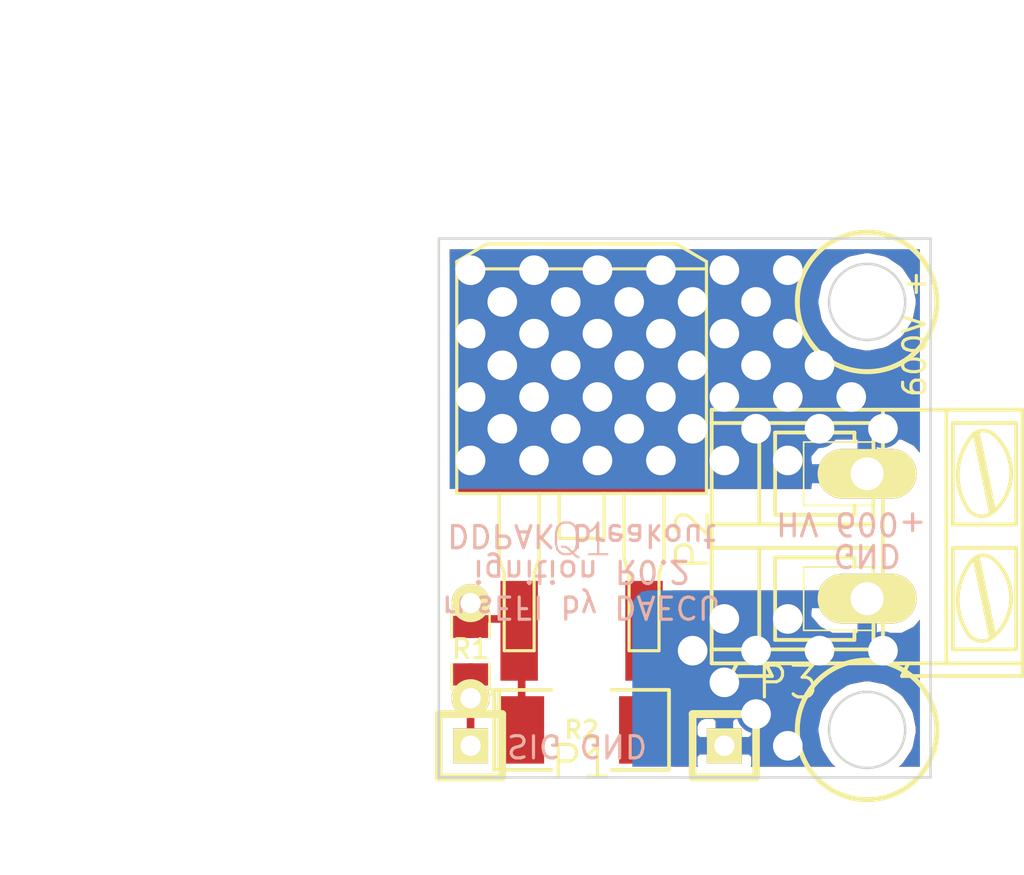
<source format=kicad_pcb>
(kicad_pcb (version 20221018) (generator pcbnew)
  (title_block (title "DDPAK breakout") (rev "R0.2") (company "rusEFI"))
  (layers (0 "F.Cu" signal) (31 "B.Cu" signal) (34 "B.Paste" user) (35 "F.Paste" user) (36 "B.SilkS" user "B.Silkscreen") (37 "F.SilkS" user "F.Silkscreen") (38 "B.Mask" user) (39 "F.Mask" user) (44 "Edge.Cuts" user))
  (net 0 "")
  (net 1 "/GND")
  (net 2 "/HV")
  (net 3 "/SIG")
  (net 4 "/SIG2")
  (footprint "SM2010" (layer "F.Cu") (at 210.82 174.625)
    (fp_text reference "R2" (at 0 0) (layer "F.SilkS") (effects (font (size 0.70104 0.70104) (thickness 0.127))))
    (fp_text value "100K" hide)
    (fp_line (start -3.5 -1.6) (end -3.5 1.6) (stroke (width 0.15)) (layer "F.SilkS"))
    (fp_line (start -3.5 1.6) (end -1.2 1.6) (stroke (width 0.15)) (layer "F.SilkS"))
    (fp_line (start -3.3 -1.6) (end -3.3 1.6) (stroke (width 0.15)) (layer "F.SilkS"))
    (fp_line (start -1.2 -1.6) (end -3.5 -1.6) (stroke (width 0.15)) (layer "F.SilkS"))
    (fp_line (start 1.19634 1.60528) (end 3.48234 1.60528) (stroke (width 0.15)) (layer "F.SilkS"))
    (fp_line (start 3.48234 -1.60528) (end 1.19634 -1.60528) (stroke (width 0.15)) (layer "F.SilkS"))
    (fp_line (start 3.50012 -1.6002) (end 3.50012 1.6002) (stroke (width 0.15)) (layer "F.SilkS"))
    (pad "1" smd rect (at -2.4003 0) (size 1.80086 2.70002) (layers "F.Cu" "F.Paste" "F.Mask") (net 4 "/SIG2"))
    (pad "2" smd rect (at 2.4003 0) (size 1.80086 2.70002) (layers "F.Cu" "F.Paste" "F.Mask") (net 1 "/GND"))
  )
  (footprint "m-pad-2.1-TO-263AB" (layer "F.Cu") (at 210.82 160.655)
    (fp_text reference "Q1" (at 0 6.35) (layer "B.SilkS") (effects (font (size 1.27 1.27) (thickness 0.0889))))
    (fp_text value "IRGS14C40L" hide)
    (fp_line (start -4.99872 -4.79044) (end -3.79222 -5.4991) (stroke (width 0.127)) (layer "F.SilkS"))
    (fp_line (start -4.99872 -4.49834) (end -4.99872 -4.79044) (stroke (width 0.127)) (layer "F.SilkS"))
    (fp_line (start -4.99872 -4.49834) (end -4.99872 4.49834) (stroke (width 0.127)) (layer "F.SilkS"))
    (fp_line (start -4.99872 4.49834) (end -3.29946 4.49834) (stroke (width 0.127)) (layer "F.SilkS"))
    (fp_line (start -3.79222 -5.4991) (end 3.79222 -5.4991) (stroke (width 0.127)) (layer "F.SilkS"))
    (fp_line (start -3.29946 4.49834) (end -3.29946 7.0993) (stroke (width 0.127)) (layer "F.SilkS"))
    (fp_line (start -3.29946 4.49834) (end -1.69926 4.49834) (stroke (width 0.127)) (layer "F.SilkS"))
    (fp_line (start -3.29946 7.0993) (end -3.0988 7.69874) (stroke (width 0.127)) (layer "F.SilkS"))
    (fp_line (start -3.0988 7.69874) (end -3.0988 10.79754) (stroke (width 0.127)) (layer "F.SilkS"))
    (fp_line (start -3.0988 10.79754) (end -1.89992 10.79754) (stroke (width 0.127)) (layer "F.SilkS"))
    (fp_line (start -1.89992 7.69874) (end -1.69926 7.0993) (stroke (width 0.127)) (layer "F.SilkS"))
    (fp_line (start -1.89992 10.79754) (end -1.89992 7.69874) (stroke (width 0.127)) (layer "F.SilkS"))
    (fp_line (start -1.69926 4.49834) (end -0.89916 4.49834) (stroke (width 0.127)) (layer "F.SilkS"))
    (fp_line (start -1.69926 7.0993) (end -1.69926 4.49834) (stroke (width 0.127)) (layer "F.SilkS"))
    (fp_line (start -0.89916 4.49834) (end -0.89916 6.2992) (stroke (width 0.127)) (layer "F.SilkS"))
    (fp_line (start -0.89916 4.49834) (end 0.89916 4.49834) (stroke (width 0.127)) (layer "F.SilkS"))
    (fp_line (start -0.89916 6.2992) (end 0.89916 6.2992) (stroke (width 0.127)) (layer "F.SilkS"))
    (fp_line (start 0.89916 4.49834) (end 1.69926 4.49834) (stroke (width 0.127)) (layer "F.SilkS"))
    (fp_line (start 0.89916 6.2992) (end 0.89916 4.49834) (stroke (width 0.127)) (layer "F.SilkS"))
    (fp_line (start 1.69926 4.49834) (end 1.69926 7.0993) (stroke (width 0.127)) (layer "F.SilkS"))
    (fp_line (start 1.69926 4.49834) (end 3.29946 4.49834) (stroke (width 0.127)) (layer "F.SilkS"))
    (fp_line (start 1.69926 7.0993) (end 1.89992 7.69874) (stroke (width 0.127)) (layer "F.SilkS"))
    (fp_line (start 1.89992 7.69874) (end 1.89992 10.79754) (stroke (width 0.127)) (layer "F.SilkS"))
    (fp_line (start 1.89992 10.79754) (end 3.0988 10.79754) (stroke (width 0.127)) (layer "F.SilkS"))
    (fp_line (start 3.0988 7.69874) (end 3.29946 7.0993) (stroke (width 0.127)) (layer "F.SilkS"))
    (fp_line (start 3.0988 10.79754) (end 3.0988 7.69874) (stroke (width 0.127)) (layer "F.SilkS"))
    (fp_line (start 3.29946 4.49834) (end 4.99872 4.49834) (stroke (width 0.127)) (layer "F.SilkS"))
    (fp_line (start 3.29946 7.0993) (end 3.29946 4.49834) (stroke (width 0.127)) (layer "F.SilkS"))
    (fp_line (start 3.79222 -5.4991) (end 4.99872 -4.79044) (stroke (width 0.127)) (layer "F.SilkS"))
    (fp_line (start 4.99872 -4.79044) (end 4.99872 -4.49834) (stroke (width 0.127)) (layer "F.SilkS"))
    (fp_line (start 4.99872 -4.49834) (end -4.99872 -4.49834) (stroke (width 0.127)) (layer "F.SilkS"))
    (fp_line (start 4.99872 4.49834) (end 4.99872 -4.49834) (stroke (width 0.127)) (layer "F.SilkS"))
    (pad "1" smd rect (at -2.49936 9.99998) (size 1.4986 3.99796) (layers "F.Cu" "F.Paste" "F.Mask") (net 4 "/SIG2"))
    (pad "2" smd rect (at 0 0) (size 9.99998 8.99922) (layers "F.Cu" "F.Paste" "F.Mask") (net 2 "/HV"))
    (pad "3" smd rect (at 2.49936 9.99998) (size 1.4986 3.99796) (layers "F.Cu" "F.Paste" "F.Mask") (net 1 "/GND"))
  )
  (footprint "AK300-2" (layer "F.Cu") (at 222.25 166.878 -90)
    (fp_text reference "P2" (at 0.127 6.985 270) (layer "F.SilkS") (effects (font (size 1.27 1.27) (thickness 0.127))))
    (fp_text value "CONN_2" hide)
    (fp_line (start -5.08 -3.175) (end -5.08 -6.223) (stroke (width 0.1524)) (layer "F.SilkS"))
    (fp_line (start -5.08 -3.175) (end 5.08 -3.175) (stroke (width 0.1524)) (layer "F.SilkS"))
    (fp_line (start -5.08 -0.635) (end -5.08 -3.175) (stroke (width 0.1524)) (layer "F.SilkS"))
    (fp_line (start -5.08 -0.635) (end -4.1656 -0.635) (stroke (width 0.1524)) (layer "F.SilkS"))
    (fp_line (start -5.08 6.223) (end -5.08 -0.635) (stroke (width 0.1524)) (layer "F.SilkS"))
    (fp_line (start -5.08 6.223) (end -4.5466 6.223) (stroke (width 0.1524)) (layer "F.SilkS"))
    (fp_line (start -4.5466 -3.429) (end -4.5466 -5.969) (stroke (width 0.1524)) (layer "F.SilkS"))
    (fp_line (start -4.5466 -0.254) (end -4.5466 4.318) (stroke (width 0.1524)) (layer "F.SilkS"))
    (fp_line (start -4.5466 -0.254) (end -4.1656 -0.254) (stroke (width 0.1524)) (layer "F.SilkS"))
    (fp_line (start -4.5466 4.318) (end -4.5466 6.223) (stroke (width 0.1524)) (layer "F.SilkS"))
    (fp_line (start -4.5466 6.223) (end -0.4826 6.223) (stroke (width 0.1524)) (layer "F.SilkS"))
    (fp_line (start -4.1656 -0.635) (end -0.8636 -0.635) (stroke (width 0.1524)) (layer "F.SilkS"))
    (fp_line (start -4.1656 0.508) (end -3.7846 0.508) (stroke (width 0.1524)) (layer "F.SilkS"))
    (fp_line (start -4.1656 3.683) (end -4.1656 0.508) (stroke (width 0.1524)) (layer "F.SilkS"))
    (fp_line (start -4.1402 -4.445) (end -1.08966 -5.08) (stroke (width 0.1524)) (layer "F.SilkS"))
    (fp_line (start -4.0132 -4.318) (end -0.9652 -4.953) (stroke (width 0.1524)) (layer "F.SilkS"))
    (fp_line (start -3.7846 -0.254) (end -1.2446 -0.254) (stroke (width 0.06604)) (layer "F.SilkS"))
    (fp_line (start -3.7846 2.54) (end -3.7846 -0.254) (stroke (width 0.06604)) (layer "F.SilkS"))
    (fp_line (start -3.7846 2.54) (end -1.2446 2.54) (stroke (width 0.06604)) (layer "F.SilkS"))
    (fp_line (start -1.2446 2.54) (end -1.2446 -0.254) (stroke (width 0.06604)) (layer "F.SilkS"))
    (fp_line (start -0.8636 -0.635) (end 0.8382 -0.635) (stroke (width 0.1524)) (layer "F.SilkS"))
    (fp_line (start -0.8636 -0.254) (end -4.1656 -0.254) (stroke (width 0.1524)) (layer "F.SilkS"))
    (fp_line (start -0.8636 0.508) (end -1.2446 0.508) (stroke (width 0.1524)) (layer "F.SilkS"))
    (fp_line (start -0.8636 3.683) (end -4.1656 3.683) (stroke (width 0.1524)) (layer "F.SilkS"))
    (fp_line (start -0.8636 3.683) (end -0.8636 0.508) (stroke (width 0.1524)) (layer "F.SilkS"))
    (fp_line (start -0.4826 -5.969) (end -4.5466 -5.969) (stroke (width 0.1524)) (layer "F.SilkS"))
    (fp_line (start -0.4826 -3.429) (end -4.5466 -3.429) (stroke (width 0.1524)) (layer "F.SilkS"))
    (fp_line (start -0.4826 -3.429) (end -0.4826 -5.969) (stroke (width 0.1524)) (layer "F.SilkS"))
    (fp_line (start -0.4826 -0.254) (end -0.8636 -0.254) (stroke (width 0.1524)) (layer "F.SilkS"))
    (fp_line (start -0.4826 4.318) (end -4.5466 4.318) (stroke (width 0.1524)) (layer "F.SilkS"))
    (fp_line (start -0.4826 4.318) (end -0.4826 -0.254) (stroke (width 0.1524)) (layer "F.SilkS"))
    (fp_line (start -0.4826 6.223) (end -0.4826 4.318) (stroke (width 0.1524)) (layer "F.SilkS"))
    (fp_line (start -0.4826 6.223) (end 0.4572 6.223) (stroke (width 0.1524)) (layer "F.SilkS"))
    (fp_line (start 0.4572 -5.969) (end 4.5212 -5.969) (stroke (width 0.1524)) (layer "F.SilkS"))
    (fp_line (start 0.4572 -3.429) (end 0.4572 -5.969) (stroke (width 0.1524)) (layer "F.SilkS"))
    (fp_line (start 0.4572 -0.254) (end 0.8382 -0.254) (stroke (width 0.1524)) (layer "F.SilkS"))
    (fp_line (start 0.4572 4.318) (end 0.4572 -0.254) (stroke (width 0.1524)) (layer "F.SilkS"))
    (fp_line (start 0.4572 4.318) (end 4.5212 4.318) (stroke (width 0.1524)) (layer "F.SilkS"))
    (fp_line (start 0.4572 6.223) (end 0.4572 4.318) (stroke (width 0.1524)) (layer "F.SilkS"))
    (fp_line (start 0.4572 6.223) (end 4.5212 6.223) (stroke (width 0.1524)) (layer "F.SilkS"))
    (fp_line (start 0.8382 -0.254) (end 4.1402 -0.254) (stroke (width 0.1524)) (layer "F.SilkS"))
    (fp_line (start 0.8382 0.508) (end 1.2192 0.508) (stroke (width 0.1524)) (layer "F.SilkS"))
    (fp_line (start 0.8382 3.683) (end 0.8382 0.508) (stroke (width 0.1524)) (layer "F.SilkS"))
    (fp_line (start 0.8636 -4.445) (end 3.9116 -5.08) (stroke (width 0.1524)) (layer "F.SilkS"))
    (fp_line (start 0.9906 -4.318) (end 4.0386 -4.953) (stroke (width 0.1524)) (layer "F.SilkS"))
    (fp_line (start 1.2192 -0.254) (end 3.7592 -0.254) (stroke (width 0.06604)) (layer "F.SilkS"))
    (fp_line (start 1.2192 2.54) (end 1.2192 -0.254) (stroke (width 0.06604)) (layer "F.SilkS"))
    (fp_line (start 1.2192 2.54) (end 3.7592 2.54) (stroke (width 0.06604)) (layer "F.SilkS"))
    (fp_line (start 3.7592 2.54) (end 3.7592 -0.254) (stroke (width 0.06604)) (layer "F.SilkS"))
    (fp_line (start 4.1402 -0.635) (end 0.8382 -0.635) (stroke (width 0.1524)) (layer "F.SilkS"))
    (fp_line (start 4.1402 0.508) (end 3.7592 0.508) (stroke (width 0.1524)) (layer "F.SilkS"))
    (fp_line (start 4.1402 3.683) (end 0.8382 3.683) (stroke (width 0.1524)) (layer "F.SilkS"))
    (fp_line (start 4.1402 3.683) (end 4.1402 0.508) (stroke (width 0.1524)) (layer "F.SilkS"))
    (fp_line (start 4.5212 -5.969) (end 4.5212 -3.429) (stroke (width 0.1524)) (layer "F.SilkS"))
    (fp_line (start 4.5212 -3.429) (end 0.4572 -3.429) (stroke (width 0.1524)) (layer "F.SilkS"))
    (fp_line (start 4.5212 -0.254) (end 4.1402 -0.254) (stroke (width 0.1524)) (layer "F.SilkS"))
    (fp_line (start 4.5212 -0.254) (end 4.5212 4.318) (stroke (width 0.1524)) (layer "F.SilkS"))
    (fp_line (start 4.5212 4.318) (end 4.5212 6.223) (stroke (width 0.1524)) (layer "F.SilkS"))
    (fp_line (start 4.5212 6.223) (end 5.08 6.223) (stroke (width 0.1524)) (layer "F.SilkS"))
    (fp_line (start 5.08 -6.223) (end -5.08 -6.223) (stroke (width 0.1524)) (layer "F.SilkS"))
    (fp_line (start 5.08 -6.223) (end 5.08 -3.175) (stroke (width 0.1524)) (layer "F.SilkS"))
    (fp_line (start 5.08 -6.223) (end 5.588 -6.223) (stroke (width 0.1524)) (layer "F.SilkS"))
    (fp_line (start 5.08 -3.175) (end 5.08 -1.651) (stroke (width 0.1524)) (layer "F.SilkS"))
    (fp_line (start 5.08 -1.651) (end 5.08 -0.635) (stroke (width 0.1524)) (layer "F.SilkS"))
    (fp_line (start 5.08 -0.635) (end 4.1402 -0.635) (stroke (width 0.1524)) (layer "F.SilkS"))
    (fp_line (start 5.08 -0.635) (end 5.08 4.064) (stroke (width 0.1524)) (layer "F.SilkS"))
    (fp_line (start 5.08 4.064) (end 5.08 5.207) (stroke (width 0.1524)) (layer "F.SilkS"))
    (fp_line (start 5.08 5.207) (end 5.08 6.223) (stroke (width 0.1524)) (layer "F.SilkS"))
    (fp_line (start 5.588 -6.223) (end 5.588 -1.397) (stroke (width 0.1524)) (layer "F.SilkS"))
    (fp_line (start 5.588 -1.397) (end 5.08 -1.651) (stroke (width 0.1524)) (layer "F.SilkS"))
    (fp_line (start 5.588 3.81) (end 5.08 4.064) (stroke (width 0.1524)) (layer "F.SilkS"))
    (fp_line (start 5.588 3.81) (end 5.588 5.461) (stroke (width 0.1524)) (layer "F.SilkS"))
    (fp_line (start 5.588 5.461) (end 5.08 5.207) (stroke (width 0.1524)) (layer "F.SilkS"))
    (fp_arc (start -4.1402 -5.0038) (mid -2.575347 -5.768837) (end -0.983427 -5.061847) (stroke (width 0.1524)) (layer "F.SilkS"))
    (fp_arc (start -3.94462 -4.1275) (mid -4.242784 -4.553845) (end -4.08952 -5.051019) (stroke (width 0.1524)) (layer "F.SilkS"))
    (fp_arc (start -0.99822 -4.11734) (mid -2.500269 -3.630479) (end -3.985988 -4.165104) (stroke (width 0.1524)) (layer "F.SilkS"))
    (fp_arc (start -0.9906 -5.05206) (mid -0.816264 -4.555962) (end -1.04585 -4.08289) (stroke (width 0.1524)) (layer "F.SilkS"))
    (fp_arc (start 0.8636 -5.0038) (mid 2.426638 -5.764946) (end 4.014411 -5.056844) (stroke (width 0.1524)) (layer "F.SilkS"))
    (fp_arc (start 1.05664 -4.1275) (mid 0.759456 -4.555849) (end 0.914903 -5.053481) (stroke (width 0.1524)) (layer "F.SilkS"))
    (fp_arc (start 4.00304 -4.11734) (mid 2.500991 -3.630479) (end 1.015272 -4.165104) (stroke (width 0.1524)) (layer "F.SilkS"))
    (fp_arc (start 4.01066 -5.05206) (mid 4.185748 -4.557765) (end 3.957972 -4.085429) (stroke (width 0.1524)) (layer "F.SilkS"))
    (pad "1" thru_hole oval (at -2.5146 0 270) (size 1.9812 3.9624) (drill 1.3208) (layers "*.Cu" "F.Paste" "F.SilkS" "F.Mask") (net 2 "/HV"))
    (pad "2" thru_hole oval (at 2.4892 0 270) (size 1.9812 3.9624) (drill 1.3208) (layers "*.Cu" "F.Paste" "F.SilkS" "F.Mask") (net 1 "/GND"))
  )
  (footprint "SM0805_jumper" (layer "F.Cu") (at 206.375 171.45 90)
    (fp_text reference "R1" (at 0.0635 0 180) (layer "F.SilkS") (effects (font (size 0.762 0.762) (thickness 0.127))))
    (fp_text value "1K" hide)
    (fp_line (start -1.524 -0.762) (end -0.508 -0.762) (stroke (width 0.09906)) (layer "F.SilkS"))
    (fp_line (start -1.524 0.762) (end -1.524 -0.762) (stroke (width 0.09906)) (layer "F.SilkS"))
    (fp_line (start -0.508 0.762) (end -1.524 0.762) (stroke (width 0.09906)) (layer "F.SilkS"))
    (fp_line (start 0.508 -0.762) (end 1.524 -0.762) (stroke (width 0.09906)) (layer "F.SilkS"))
    (fp_line (start 1.524 -0.762) (end 1.524 0.762) (stroke (width 0.09906)) (layer "F.SilkS"))
    (fp_line (start 1.524 0.762) (end 0.508 0.762) (stroke (width 0.09906)) (layer "F.SilkS"))
    (fp_circle (center -1.651 0.762) (end -1.651 0.635) (stroke (width 0.09906)) (fill none) (layer "F.SilkS"))
    (pad "1" thru_hole circle (at -1.905 0 90) (size 1.524 1.524) (drill 0.8128) (layers "*.Cu" "*.Mask" "F.SilkS") (net 3 "/SIG"))
    (pad "1" smd rect (at -1.27 0 90) (size 1.524 0.2032) (layers "F.Cu" "F.Paste" "F.Mask") (net 3 "/SIG"))
    (pad "1" smd rect (at -0.9525 0 90) (size 0.889 1.397) (layers "F.Cu" "F.Paste" "F.Mask") (net 3 "/SIG"))
    (pad "2" smd rect (at 0.9525 0 90) (size 0.889 1.397) (layers "F.Cu" "F.Paste" "F.Mask") (net 4 "/SIG2"))
    (pad "2" smd rect (at 1.27 0 90) (size 1.524 0.2032) (layers "F.Cu" "F.Paste" "F.Mask") (net 4 "/SIG2"))
    (pad "2" thru_hole circle (at 1.905 0 90) (size 1.524 1.524) (drill 0.8128) (layers "*.Cu" "*.Mask" "F.SilkS") (net 4 "/SIG2"))
  )
  (footprint "SIL-1" (layer "F.Cu") (at 206.375 175.26 180)
    (fp_text reference "P1" (at -4.445 -0.635 180) (layer "F.SilkS") (effects (font (size 1.27 1.27) (thickness 0.127))))
    (fp_text value "CONN_1" hide)
    (fp_line (start -1.27 -1.27) (end 1.27 -1.27) (stroke (width 0.3175)) (layer "F.SilkS"))
    (fp_line (start -1.27 1.27) (end -1.27 -1.27) (stroke (width 0.3048)) (layer "F.SilkS"))
    (fp_line (start -1.27 1.27) (end 1.27 1.27) (stroke (width 0.3175)) (layer "F.SilkS"))
    (fp_line (start 1.27 -1.27) (end 1.27 1.27) (stroke (width 0.3048)) (layer "F.SilkS"))
    (pad "1" thru_hole rect (at 0 0 180) (size 1.397 1.397) (drill 0.8128) (layers "*.Cu" "*.Mask" "F.SilkS") (net 3 "/SIG"))
  )
  (footprint "SIL-1" (layer "F.Cu") (at 216.535 175.26)
    (fp_text reference "P3" (at 2.54 -2.54) (layer "F.SilkS") (effects (font (size 1.27 1.27) (thickness 0.127))))
    (fp_text value "CONN_1" hide)
    (fp_line (start -1.27 -1.27) (end 1.27 -1.27) (stroke (width 0.3175)) (layer "F.SilkS"))
    (fp_line (start -1.27 1.27) (end -1.27 -1.27) (stroke (width 0.3048)) (layer "F.SilkS"))
    (fp_line (start -1.27 1.27) (end 1.27 1.27) (stroke (width 0.3175)) (layer "F.SilkS"))
    (fp_line (start 1.27 -1.27) (end 1.27 1.27) (stroke (width 0.3048)) (layer "F.SilkS"))
    (pad "1" thru_hole rect (at 0 0) (size 1.397 1.397) (drill 0.8128) (layers "*.Cu" "*.Mask" "F.SilkS") (net 1 "/GND"))
  )
  (gr_circle (center 222.25 174.625) (end 225.044 174.625) (stroke (width 0.2)) (fill none) (layer "F.SilkS"))
  (gr_circle (center 222.25 157.48) (end 225.044 157.48) (stroke (width 0.2)) (fill none) (layer "F.SilkS"))
  (gr_line (start 205.105 154.94) (end 205.105 176.53) (stroke (width 0.1)) (layer "Edge.Cuts"))
  (gr_line (start 224.79 154.94) (end 224.79 176.53) (stroke (width 0.1)) (layer "Edge.Cuts"))
  (gr_line (start 205.105 176.53) (end 224.79 176.53) (stroke (width 0.1)) (layer "Edge.Cuts"))
  (gr_circle (center 222.25 157.48) (end 223.774 157.48) (stroke (width 0.1)) (fill none) (layer "Edge.Cuts"))
  (gr_circle (center 222.25 174.625) (end 223.774 174.625) (stroke (width 0.1)) (fill none) (layer "Edge.Cuts"))
  (gr_line (start 205.105 154.94) (end 224.79 154.94) (stroke (width 0.1)) (layer "Edge.Cuts"))
  (gr_text "HV 600+" (at 221.615 166.37 180) (layer "B.SilkS") (effects (font (size 0.889 0.889) (thickness 0.127)) (justify mirror)))
  (gr_text "SIG" (at 208.915 175.26 180) (layer "B.SilkS") (effects (font (size 0.889 0.889) (thickness 0.127)) (justify mirror)))
  (gr_text "GND" (at 222.25 167.64 180) (layer "B.SilkS") (effects (font (size 0.889 0.889) (thickness 0.127)) (justify mirror)))
  (gr_text "rusEFI by DAECU\nignition R0.2\nDDPAK breakout\n" (at 210.82 168.275 180) (layer "B.SilkS") (effects (font (size 0.889 0.889) (thickness 0.127)) (justify mirror)))
  (gr_text "GND" (at 212.09 175.26 180) (layer "B.SilkS") (effects (font (size 0.889 0.889) (thickness 0.127)) (justify mirror)))
  (gr_text "600V +" (at 224.155 158.75 90) (layer "F.SilkS") (effects (font (size 0.889 0.889) (thickness 0.127))))
  (segment (start 219.075 170.18) (end 217.805 171.45) (width 0.3048) (layer "F.Cu") (net 1))
  (segment (start 216.535 170.18) (end 215.265 171.45) (width 0.3048) (layer "F.Cu") (net 1))
  (segment (start 216.535 172.72) (end 217.805 173.99) (width 0.3048) (layer "F.Cu") (net 1))
  (segment (start 219.075 172.72) (end 220.345 171.45) (width 0.3048) (layer "F.Cu") (net 1))
  (segment (start 222.885 171.45) (end 220.345 171.45) (width 0.3048) (layer "F.Cu") (net 1))
  (segment (start 219.075 175.26) (end 219.075 172.72) (width 0.3048) (layer "F.Cu") (net 1))
  (via (at 219.075 170.18) (size 1.54178) (drill 1.18618) (layers "F.Cu" "B.Cu") (net 1))
  (via (at 217.805 171.45) (size 1.54178) (drill 1.18618) (layers "F.Cu" "B.Cu") (net 1))
  (via (at 216.535 172.72) (size 1.54178) (drill 1.18618) (layers "F.Cu" "B.Cu") (net 1))
  (via (at 219.075 175.26) (size 1.54178) (drill 1.18618) (layers "F.Cu" "B.Cu") (net 1))
  (via (at 222.885 171.45) (size 1.54178) (drill 1.18618) (layers "F.Cu" "B.Cu") (net 1))
  (via (at 217.805 173.99) (size 1.54178) (drill 1.18618) (layers "F.Cu" "B.Cu") (net 1))
  (via (at 215.265 171.45) (size 1.54178) (drill 1.18618) (layers "F.Cu" "B.Cu") (net 1))
  (via (at 216.535 170.18) (size 1.54178) (drill 1.18618) (layers "F.Cu" "B.Cu") (net 1))
  (via (at 220.345 171.45) (size 1.54178) (drill 1.18618) (layers "F.Cu" "B.Cu") (net 1))
  (segment (start 219.8878 169.3672) (end 219.075 170.18) (width 0.3048) (layer "B.Cu") (net 1))
  (segment (start 217.805 171.45) (end 216.535 170.18) (width 0.3048) (layer "B.Cu") (net 1))
  (segment (start 215.265 171.45) (end 216.535 172.72) (width 0.3048) (layer "B.Cu") (net 1))
  (segment (start 217.805 173.99) (end 219.075 175.26) (width 0.3048) (layer "B.Cu") (net 1))
  (segment (start 222.25 169.3672) (end 219.8878 169.3672) (width 0.3048) (layer "B.Cu") (net 1))
  (segment (start 219.6084 164.3634) (end 219.075 163.83) (width 0.3048) (layer "F.Cu") (net 2))
  (segment (start 217.805 162.56) (end 216.535 163.83) (width 0.3048) (layer "F.Cu") (net 2))
  (segment (start 215.265 162.56) (end 213.995 163.83) (width 0.3048) (layer "F.Cu") (net 2))
  (segment (start 212.725 162.56) (end 211.455 163.83) (width 0.3048) (layer "F.Cu") (net 2))
  (segment (start 210.185 162.56) (end 208.915 163.83) (width 0.3048) (layer "F.Cu") (net 2))
  (segment (start 207.645 162.56) (end 206.375 163.83) (width 0.3048) (layer "F.Cu") (net 2))
  (segment (start 206.375 161.29) (end 207.645 160.02) (width 0.3048) (layer "F.Cu") (net 2))
  (segment (start 208.915 161.29) (end 210.185 160.02) (width 0.3048) (layer "F.Cu") (net 2))
  (segment (start 211.455 161.29) (end 212.725 160.02) (width 0.3048) (layer "F.Cu") (net 2))
  (segment (start 213.995 161.29) (end 215.265 160.02) (width 0.3048) (layer "F.Cu") (net 2))
  (segment (start 216.535 161.29) (end 217.805 160.02) (width 0.3048) (layer "F.Cu") (net 2))
  (segment (start 219.075 161.29) (end 220.345 162.56) (width 0.3048) (layer "F.Cu") (net 2))
  (segment (start 221.615 161.29) (end 222.885 162.56) (width 0.3048) (layer "F.Cu") (net 2))
  (segment (start 219.075 158.75) (end 216.535 158.75) (width 0.3048) (layer "F.Cu") (net 2))
  (segment (start 213.995 158.75) (end 211.455 158.75) (width 0.3048) (layer "F.Cu") (net 2))
  (segment (start 208.915 158.75) (end 206.375 158.75) (width 0.3048) (layer "F.Cu") (net 2))
  (segment (start 207.645 157.48) (end 210.185 157.48) (width 0.3048) (layer "F.Cu") (net 2))
  (segment (start 212.725 157.48) (end 215.265 157.48) (width 0.3048) (layer "F.Cu") (net 2))
  (segment (start 216.535 156.21) (end 213.995 156.21) (width 0.3048) (layer "F.Cu") (net 2))
  (segment (start 211.455 156.21) (end 208.915 156.21) (width 0.3048) (layer "F.Cu") (net 2))
  (segment (start 206.375 156.21) (end 210.82 160.655) (width 0.3048) (layer "F.Cu") (net 2))
  (segment (start 222.25 164.3634) (end 219.6084 164.3634) (width 0.3048) (layer "F.Cu") (net 2))
  (via (at 211.455 156.21) (size 1.54178) (drill 1.18618) (layers "F.Cu" "B.Cu") (net 2))
  (via (at 212.725 157.48) (size 1.54178) (drill 1.18618) (layers "F.Cu" "B.Cu") (net 2))
  (via (at 220.345 162.56) (size 1.54178) (drill 1.18618) (layers "F.Cu" "B.Cu") (net 2))
  (via (at 215.265 157.48) (size 1.54178) (drill 1.18618) (layers "F.Cu" "B.Cu") (net 2))
  (via (at 210.185 162.56) (size 1.54178) (drill 1.18618) (layers "F.Cu" "B.Cu") (net 2))
  (via (at 213.995 158.75) (size 1.54178) (drill 1.18618) (layers "F.Cu" "B.Cu") (net 2))
  (via (at 215.265 162.56) (size 1.54178) (drill 1.18618) (layers "F.Cu" "B.Cu") (net 2))
  (via (at 217.805 160.02) (size 1.54178) (drill 1.18618) (layers "F.Cu" "B.Cu") (net 2))
  (via (at 207.645 160.02) (size 1.54178) (drill 1.18618) (layers "F.Cu" "B.Cu") (net 2))
  (via (at 208.915 158.75) (size 1.54178) (drill 1.18618) (layers "F.Cu" "B.Cu") (net 2))
  (via (at 217.805 162.56) (size 1.54178) (drill 1.18618) (layers "F.Cu" "B.Cu") (net 2))
  (via (at 211.455 158.75) (size 1.54178) (drill 1.18618) (layers "F.Cu" "B.Cu") (net 2))
  (via (at 207.645 157.48) (size 1.54178) (drill 1.18618) (layers "F.Cu" "B.Cu") (net 2))
  (via (at 222.885 162.56) (size 1.54178) (drill 1.18618) (layers "F.Cu" "B.Cu") (net 2))
  (via (at 206.375 158.75) (size 1.54178) (drill 1.18618) (layers "F.Cu" "B.Cu") (net 2))
  (via (at 207.645 162.56) (size 1.54178) (drill 1.18618) (layers "F.Cu" "B.Cu") (net 2))
  (via (at 212.725 160.02) (size 1.54178) (drill 1.18618) (layers "F.Cu" "B.Cu") (net 2))
  (via (at 206.375 163.83) (size 1.54178) (drill 1.18618) (layers "F.Cu" "B.Cu") (net 2))
  (via (at 208.915 163.83) (size 1.54178) (drill 1.18618) (layers "F.Cu" "B.Cu") (net 2))
  (via (at 210.185 157.48) (size 1.54178) (drill 1.18618) (layers "F.Cu" "B.Cu") (net 2))
  (via (at 206.375 161.29) (size 1.54178) (drill 1.18618) (layers "F.Cu" "B.Cu") (net 2))
  (via (at 211.455 163.83) (size 1.54178) (drill 1.18618) (layers "F.Cu" "B.Cu") (net 2))
  (via (at 211.455 161.29) (size 1.54178) (drill 1.18618) (layers "F.Cu" "B.Cu") (net 2))
  (via (at 216.535 163.83) (size 1.54178) (drill 1.18618) (layers "F.Cu" "B.Cu") (net 2))
  (via (at 210.185 160.02) (size 1.54178) (drill 1.18618) (layers "F.Cu" "B.Cu") (net 2))
  (via (at 221.615 161.29) (size 1.54178) (drill 1.18618) (layers "F.Cu" "B.Cu") (net 2))
  (via (at 220.345 160.02) (size 1.54178) (drill 1.18618) (layers "F.Cu" "B.Cu") (net 2))
  (via (at 219.075 156.21) (size 1.54178) (drill 1.18618) (layers "F.Cu" "B.Cu") (net 2))
  (via (at 216.535 156.21) (size 1.54178) (drill 1.18618) (layers "F.Cu" "B.Cu") (net 2))
  (via (at 213.995 163.83) (size 1.54178) (drill 1.18618) (layers "F.Cu" "B.Cu") (net 2))
  (via (at 217.805 157.48) (size 1.54178) (drill 1.18618) (layers "F.Cu" "B.Cu") (net 2))
  (via (at 219.075 163.83) (size 1.54178) (drill 1.18618) (layers "F.Cu" "B.Cu") (net 2))
  (via (at 219.075 158.75) (size 1.54178) (drill 1.18618) (layers "F.Cu" "B.Cu") (net 2))
  (via (at 206.375 156.21) (size 1.54178) (drill 1.18618) (layers "F.Cu" "B.Cu") (net 2))
  (via (at 213.995 156.21) (size 1.54178) (drill 1.18618) (layers "F.Cu" "B.Cu") (net 2))
  (via (at 212.725 162.56) (size 1.54178) (drill 1.18618) (layers "F.Cu" "B.Cu") (net 2))
  (via (at 219.075 161.29) (size 1.54178) (drill 1.18618) (layers "F.Cu" "B.Cu") (net 2))
  (via (at 216.535 158.75) (size 1.54178) (drill 1.18618) (layers "F.Cu" "B.Cu") (net 2))
  (via (at 215.265 160.02) (size 1.54178) (drill 1.18618) (layers "F.Cu" "B.Cu") (net 2))
  (via (at 208.915 161.29) (size 1.54178) (drill 1.18618) (layers "F.Cu" "B.Cu") (net 2))
  (via (at 216.535 161.29) (size 1.54178) (drill 1.18618) (layers "F.Cu" "B.Cu") (net 2))
  (via (at 208.915 156.21) (size 1.54178) (drill 1.18618) (layers "F.Cu" "B.Cu") (net 2))
  (via (at 213.995 161.29) (size 1.54178) (drill 1.18618) (layers "F.Cu" "B.Cu") (net 2))
  (segment (start 219.075 163.83) (end 217.805 162.56) (width 0.3048) (layer "B.Cu") (net 2))
  (segment (start 216.535 163.83) (end 215.265 162.56) (width 0.3048) (layer "B.Cu") (net 2))
  (segment (start 213.995 163.83) (end 212.725 162.56) (width 0.3048) (layer "B.Cu") (net 2))
  (segment (start 211.455 163.83) (end 210.185 162.56) (width 0.3048) (layer "B.Cu") (net 2))
  (segment (start 208.915 163.83) (end 207.645 162.56) (width 0.3048) (layer "B.Cu") (net 2))
  (segment (start 206.375 163.83) (end 206.375 161.29) (width 0.3048) (layer "B.Cu") (net 2))
  (segment (start 207.645 160.02) (end 208.915 161.29) (width 0.3048) (layer "B.Cu") (net 2))
  (segment (start 210.185 160.02) (end 211.455 161.29) (width 0.3048) (layer "B.Cu") (net 2))
  (segment (start 212.725 160.02) (end 213.995 161.29) (width 0.3048) (layer "B.Cu") (net 2))
  (segment (start 215.265 160.02) (end 216.535 161.29) (width 0.3048) (layer "B.Cu") (net 2))
  (segment (start 217.805 160.02) (end 219.075 161.29) (width 0.3048) (layer "B.Cu") (net 2))
  (segment (start 220.345 162.56) (end 221.615 161.29) (width 0.3048) (layer "B.Cu") (net 2))
  (segment (start 216.535 158.75) (end 213.995 158.75) (width 0.3048) (layer "B.Cu") (net 2))
  (segment (start 211.455 158.75) (end 208.915 158.75) (width 0.3048) (layer "B.Cu") (net 2))
  (segment (start 206.375 158.75) (end 207.645 157.48) (width 0.3048) (layer "B.Cu") (net 2))
  (segment (start 210.185 157.48) (end 212.725 157.48) (width 0.3048) (layer "B.Cu") (net 2))
  (segment (start 215.265 157.48) (end 217.805 157.48) (width 0.3048) (layer "B.Cu") (net 2))
  (segment (start 219.075 156.21) (end 216.535 156.21) (width 0.3048) (layer "B.Cu") (net 2))
  (segment (start 213.995 156.21) (end 211.455 156.21) (width 0.3048) (layer "B.Cu") (net 2))
  (segment (start 208.915 156.21) (end 206.375 156.21) (width 0.3048) (layer "B.Cu") (net 2))
  (segment (start 220.345 160.02) (end 219.075 158.75) (width 0.3048) (layer "B.Cu") (net 2))
  (segment (start 221.615 161.29) (end 220.345 160.02) (width 0.3048) (layer "B.Cu") (net 2))
  (segment (start 217.805 157.48) (end 219.075 158.75) (width 0.3048) (layer "B.Cu") (net 2))
  (segment (start 217.805 157.48) (end 219.075 156.21) (width 0.3048) (layer "B.Cu") (net 2))
  (segment (start 206.375 175.26) (end 206.375 173.355) (width 0.3048) (layer "F.Cu") (net 3))
  (segment (start 208.4197 170.75404) (end 208.32064 170.65498) (width 0.3048) (layer "F.Cu") (net 4))
  (segment (start 207.84566 170.18) (end 208.32064 170.65498) (width 0.3048) (layer "F.Cu") (net 4))
  (segment (start 208.4197 170.75404) (end 208.32064 170.65498) (width 0.3048) (layer "F.Cu") (net 4))
  (segment (start 208.4197 174.625) (end 208.4197 170.75404) (width 0.3048) (layer "F.Cu") (net 4))
  (segment (start 206.375 170.18) (end 207.84566 170.18) (width 0.3048) (layer "F.Cu") (net 4))
  (zone (net 1) (net_name "/GND") (layer "F.Cu") (connect_pads (clearance 0.254)) (min_thickness 0.254) (fill (thermal_gap 0.254) (thermal_bridge_width 1.016) (smoothing fillet) (radius 0.762))
    (polygon (pts (xy 227.33 180.34) (xy 212.725 180.34) (xy 212.725 168.91) (xy 227.33 168.91)))
  )
  (zone (net 2) (net_name "/HV") (layer "F.Cu") (connect_pads (clearance 0.254)) (min_thickness 0.254) (fill (thermal_gap 0.254) (thermal_bridge_width 1.016) (smoothing fillet) (radius 0.762))
    (polygon (pts (xy 227.33 165.1) (xy 227.33 151.13) (xy 201.93 151.13) (xy 201.93 165.1)))
  )
  (zone (net 2) (net_name "/HV") (layer "B.Cu") (connect_pads (clearance 0.254)) (min_thickness 0.254) (fill (thermal_gap 0.254) (thermal_bridge_width 1.016) (smoothing fillet) (radius 0.762))
    (polygon (pts (xy 226.06 152.4) (xy 203.2 152.4) (xy 203.2 165.1) (xy 226.06 165.1)))
  )
  (zone (net 1) (net_name "/GND") (layer "B.Cu") (connect_pads (clearance 0.254)) (min_thickness 0.254) (fill (thermal_gap 0.254) (thermal_bridge_width 1.016) (smoothing fillet) (radius 0.762))
    (polygon (pts (xy 212.725 168.91) (xy 226.06 168.91) (xy 226.06 179.07) (xy 212.725 179.07)))
  )
)
</source>
